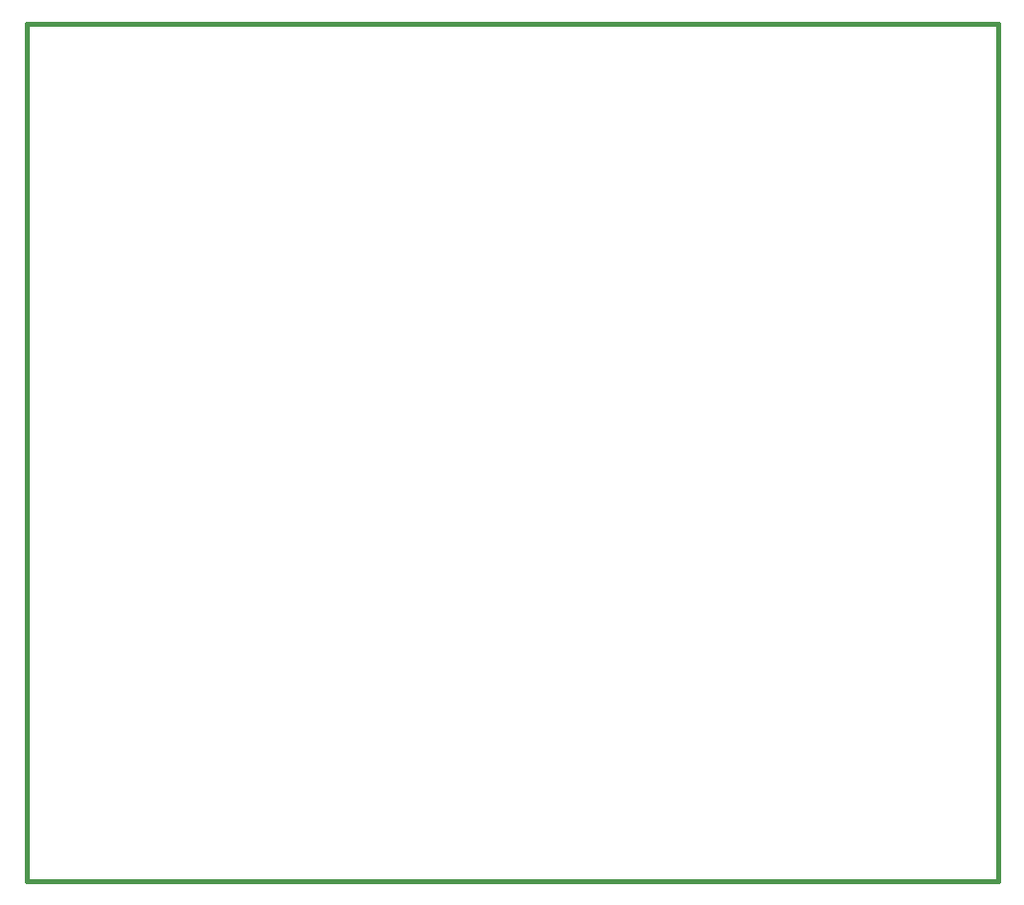
<source format=gbr>
G04 #@! TF.GenerationSoftware,KiCad,Pcbnew,(5.1.0)-1*
G04 #@! TF.CreationDate,2019-04-04T19:18:29+02:00*
G04 #@! TF.ProjectId,YAPSCO,59415053-434f-42e6-9b69-6361645f7063,rev?*
G04 #@! TF.SameCoordinates,PX6a95280PY86ae840*
G04 #@! TF.FileFunction,Profile,NP*
%FSLAX46Y46*%
G04 Gerber Fmt 4.6, Leading zero omitted, Abs format (unit mm)*
G04 Created by KiCad (PCBNEW (5.1.0)-1) date 2019-04-04 19:18:29*
%MOMM*%
%LPD*%
G04 APERTURE LIST*
%ADD10C,0.381000*%
G04 APERTURE END LIST*
D10*
X0Y0D02*
X0Y73152000D01*
X82804000Y0D02*
X82804000Y73152000D01*
X0Y0D02*
X82804000Y0D01*
X82804000Y73152000D02*
X0Y73152000D01*
M02*

</source>
